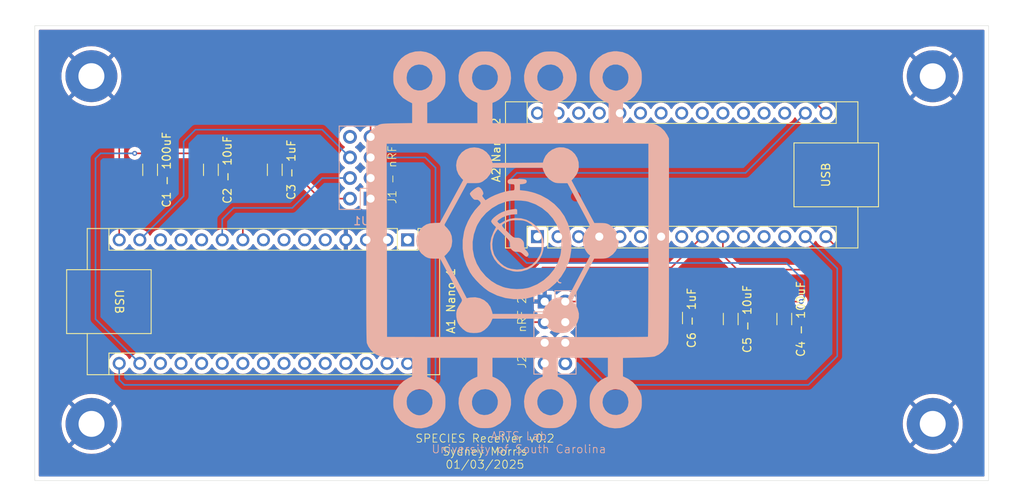
<source format=kicad_pcb>
(kicad_pcb (version 20240108) (generator "pcbnew") (generator_version "8.0")
  (layers (0 "F.Cu" signal) (31 "B.Cu" signal) (34 "B.Paste" user) (35 "F.Paste" user) (36 "B.SilkS" user "B.Silkscreen") (37 "F.SilkS" user "F.Silkscreen") (38 "B.Mask" user) (39 "F.Mask" user) (44 "Edge.Cuts" user))
  (net 0 "")
  (net 1 "GND")
  (net 6 "CSN")
  (net 14 "3V3")
  (net 16 "CLK")
  (net 17 "MOSI")
  (net 20 "CE")
  (net 27 "MISO")
  (net 51 "Net-(A2-+5V)")
  (footprint "MountingHole:MountingHole_3.2mm_M3_Pad" (layer "F.Cu") (at 70.754 94.981)
    (property "Reference" "REF**" (hide yes))
    (property "Value" "MountingHole_3.2mm_M3_Pad")
    (pad "1" thru_hole circle (at 0 0) (size 6.4 6.4) (drill 3.2) (layers "*.Cu" "*.Mask") (net 1 "GND"))
  )
  (footprint "SPECIES_Elongated:C_1206_3216Metric" (layer "F.Cu") (at 156.159 82.042 -90)
    (property "Reference" "C4 - 100uF" (at 0 -2.032 90) (layer "F.SilkS"))
    (property "Value" "C_Small")
    (pad "1" smd roundrect (at -2.032 0 270) (size 3.048 1.8) (layers "F.Cu" "F.Paste" "F.Mask") (roundrect_rratio 0.217391) (net 14 "3V3"))
    (pad "2" smd roundrect (at 2.032 0 270) (size 3.048 1.8) (layers "F.Cu" "F.Paste" "F.Mask") (roundrect_rratio 0.217391) (net 1 "GND"))
  )
  (footprint "Module:Arduino_Nano" (layer "F.Cu") (at 109.728 72.273 -90)
    (property "Reference" "A1" (at 10.668 -5.334 90) (layer "F.SilkS"))
    (property "Value" "Nano 1" (at 6.223 -5.334 90) (layer "F.SilkS"))
    (fp_text user "USB" (at 7.62 35.56 -90) (layer "F.SilkS"))
    (pad "1" thru_hole rect (at 0 0 270) (size 1.6 1.6) (drill 1) (layers "*.Cu" "*.Mask"))
    (pad "2" thru_hole oval (at 0 2.54 270) (size 1.6 1.6) (drill 1) (layers "*.Cu" "*.Mask"))
    (pad "3" thru_hole oval (at 0 5.08 270) (size 1.6 1.6) (drill 1) (layers "*.Cu" "*.Mask"))
    (pad "4" thru_hole oval (at 0 7.62 270) (size 1.6 1.6) (drill 1) (layers "*.Cu" "*.Mask") (net 1 "GND"))
    (pad "5" thru_hole oval (at 0 10.16 270) (size 1.6 1.6) (drill 1) (layers "*.Cu" "*.Mask"))
    (pad "6" thru_hole oval (at 0 12.7 270) (size 1.6 1.6) (drill 1) (layers "*.Cu" "*.Mask"))
    (pad "7" thru_hole oval (at 0 15.24 270) (size 1.6 1.6) (drill 1) (layers "*.Cu" "*.Mask"))
    (pad "8" thru_hole oval (at 0 17.78 270) (size 1.6 1.6) (drill 1) (layers "*.Cu" "*.Mask"))
    (pad "9" thru_hole oval (at 0 20.32 270) (size 1.6 1.6) (drill 1) (layers "*.Cu" "*.Mask") (net 20 "CE"))
    (pad "10" thru_hole oval (at 0 22.86 270) (size 1.6 1.6) (drill 1) (layers "*.Cu" "*.Mask") (net 6 "CSN"))
    (pad "11" thru_hole oval (at 0 25.4 270) (size 1.6 1.6) (drill 1) (layers "*.Cu" "*.Mask"))
    (pad "12" thru_hole oval (at 0 27.94 270) (size 1.6 1.6) (drill 1) (layers "*.Cu" "*.Mask"))
    (pad "13" thru_hole oval (at 0 30.48 270) (size 1.6 1.6) (drill 1) (layers "*.Cu" "*.Mask"))
    (pad "14" thru_hole oval (at 0 33.02 270) (size 1.6 1.6) (drill 1) (layers "*.Cu" "*.Mask") (net 17 "MOSI"))
    (pad "15" thru_hole oval (at 0 35.56 270) (size 1.6 1.6) (drill 1) (layers "*.Cu" "*.Mask") (net 27 "MISO"))
    (pad "16" thru_hole oval (at 15.24 35.56 270) (size 1.6 1.6) (drill 1) (layers "*.Cu" "*.Mask") (net 16 "CLK"))
    (pad "17" thru_hole oval (at 15.24 33.02 270) (size 1.6 1.6) (drill 1) (layers "*.Cu" "*.Mask") (net 14 "3V3"))
    (pad "18" thru_hole oval (at 15.24 30.48 270) (size 1.6 1.6) (drill 1) (layers "*.Cu" "*.Mask"))
    (pad "19" thru_hole oval (at 15.24 27.94 270) (size 1.6 1.6) (drill 1) (layers "*.Cu" "*.Mask"))
    (pad "20" thru_hole oval (at 15.24 25.4 270) (size 1.6 1.6) (drill 1) (layers "*.Cu" "*.Mask"))
    (pad "21" thru_hole oval (at 15.24 22.86 270) (size 1.6 1.6) (drill 1) (layers "*.Cu" "*.Mask"))
    (pad "22" thru_hole oval (at 15.24 20.32 270) (size 1.6 1.6) (drill 1) (layers "*.Cu" "*.Mask"))
    (pad "23" thru_hole oval (at 15.24 17.78 270) (size 1.6 1.6) (drill 1) (layers "*.Cu" "*.Mask"))
    (pad "24" thru_hole oval (at 15.24 15.24 270) (size 1.6 1.6) (drill 1) (layers "*.Cu" "*.Mask"))
    (pad "25" thru_hole oval (at 15.24 12.7 270) (size 1.6 1.6) (drill 1) (layers "*.Cu" "*.Mask"))
    (pad "26" thru_hole oval (at 15.24 10.16 270) (size 1.6 1.6) (drill 1) (layers "*.Cu" "*.Mask"))
    (pad "27" thru_hole oval (at 15.24 7.62 270) (size 1.6 1.6) (drill 1) (layers "*.Cu" "*.Mask"))
    (pad "28" thru_hole oval (at 15.24 5.08 270) (size 1.6 1.6) (drill 1) (layers "*.Cu" "*.Mask"))
    (pad "29" thru_hole oval (at 15.24 2.54 270) (size 1.6 1.6) (drill 1) (layers "*.Cu" "*.Mask"))
    (pad "30" thru_hole oval (at 15.24 0 270) (size 1.6 1.6) (drill 1) (layers "*.Cu" "*.Mask"))
  )
  (footprint "SPECIES_Elongated:C_1206_3216Metric" (layer "F.Cu") (at 93.345 63.627 -90)
    (property "Reference" "C3 - 1uF" (at 0 -2.032 90) (layer "F.SilkS"))
    (property "Value" "C_Small")
    (pad "1" smd roundrect (at -2.032 0 270) (size 3.048 1.8) (layers "F.Cu" "F.Paste" "F.Mask") (roundrect_rratio 0.217391) (net 14 "3V3"))
    (pad "2" smd roundrect (at 2.032 0 270) (size 3.048 1.8) (layers "F.Cu" "F.Paste" "F.Mask") (roundrect_rratio 0.217391) (net 1 "GND"))
  )
  (footprint "MountingHole:MountingHole_3.2mm_M3_Pad" (layer "F.Cu") (at 70.739 52.07)
    (property "Reference" "REF**" (hide yes))
    (property "Value" "MountingHole_3.2mm_M3_Pad")
    (pad "1" thru_hole circle (at 0 0) (size 6.4 6.4) (drill 3.2) (layers "*.Cu" "*.Mask") (net 1 "GND"))
  )
  (footprint "SPECIES_Elongated:C_1206_3216Metric" (layer "F.Cu") (at 149.555 82.042 -90)
    (property "Reference" "C5 - 10uF" (at 0 -2.032 90) (layer "F.SilkS"))
    (property "Value" "C_Small")
    (pad "1" smd roundrect (at -2.032 0 270) (size 3.048 1.8) (layers "F.Cu" "F.Paste" "F.Mask") (roundrect_rratio 0.217391) (net 14 "3V3"))
    (pad "2" smd roundrect (at 2.032 0 270) (size 3.048 1.8) (layers "F.Cu" "F.Paste" "F.Mask") (roundrect_rratio 0.217391) (net 1 "GND"))
  )
  (footprint "SPECIES_Elongated:C_1206_3216Metric" (layer "F.Cu") (at 142.697 81.915 -90)
    (property "Reference" "C6 - 1uF" (at 0 -2.032 90) (layer "F.SilkS"))
    (property "Value" "C_Small")
    (pad "1" smd roundrect (at -2.032 0 270) (size 3.048 1.8) (layers "F.Cu" "F.Paste" "F.Mask") (roundrect_rratio 0.217391) (net 14 "3V3"))
    (pad "2" smd roundrect (at 2.032 0 270) (size 3.048 1.8) (layers "F.Cu" "F.Paste" "F.Mask") (roundrect_rratio 0.217391) (net 1 "GND"))
  )
  (footprint "SPECIES_Elongated:C_1206_3216Metric" (layer "F.Cu") (at 77.978 63.627 -90)
    (property "Reference" "C1 - 100uF" (at 0 -2.032 90) (layer "F.SilkS"))
    (property "Value" "C_Small")
    (pad "1" smd roundrect (at -2.032 0 270) (size 3.048 1.8) (layers "F.Cu" "F.Paste" "F.Mask") (roundrect_rratio 0.217391) (net 14 "3V3"))
    (pad "2" smd roundrect (at 2.032 0 270) (size 3.048 1.8) (layers "F.Cu" "F.Paste" "F.Mask") (roundrect_rratio 0.217391) (net 1 "GND"))
  )
  (footprint "MountingHole:MountingHole_3.2mm_M3_Pad" (layer "F.Cu") (at 174.458 52.085)
    (property "Reference" "REF**" (hide yes))
    (property "Value" "MountingHole_3.2mm_M3_Pad")
    (pad "1" thru_hole circle (at 0 0) (size 6.4 6.4) (drill 3.2) (layers "*.Cu" "*.Mask") (net 1 "GND"))
  )
  (footprint "SPECIES_Elongated:C_1206_3216Metric" (layer "F.Cu") (at 85.471 63.627 -90)
    (property "Reference" "C2 - 10uF" (at 0 -2.032 90) (layer "F.SilkS"))
    (property "Value" "C_Small")
    (pad "1" smd roundrect (at -2.032 0 270) (size 3.048 1.8) (layers "F.Cu" "F.Paste" "F.Mask") (roundrect_rratio 0.217391) (net 14 "3V3"))
    (pad "2" smd roundrect (at 2.032 0 270) (size 3.048 1.8) (layers "F.Cu" "F.Paste" "F.Mask") (roundrect_rratio 0.217391) (net 1 "GND"))
  )
  (footprint "Module:Arduino_Nano" (layer "F.Cu") (at 125.73 71.872 90)
    (property "Reference" "A2" (at 7.62 -5.08 90) (layer "F.SilkS"))
    (property "Value" "Nano 2" (at 11.928 -5.08 -90) (layer "F.SilkS"))
    (fp_text user "USB" (at 7.62 35.56 90) (layer "F.SilkS"))
    (pad "1" thru_hole rect (at 0 0 90) (size 1.6 1.6) (drill 1) (layers "*.Cu" "*.Mask"))
    (pad "2" thru_hole oval (at 0 2.54 90) (size 1.6 1.6) (drill 1) (layers "*.Cu" "*.Mask"))
    (pad "3" thru_hole oval (at 0 5.08 90) (size 1.6 1.6) (drill 1) (layers "*.Cu" "*.Mask"))
    (pad "4" thru_hole oval (at 0 7.62 90) (size 1.6 1.6) (drill 1) (layers "*.Cu" "*.Mask") (net 1 "GND"))
    (pad "5" thru_hole oval (at 0 10.16 90) (size 1.6 1.6) (drill 1) (layers "*.Cu" "*.Mask"))
    (pad "6" thru_hole oval (at 0 12.7 90) (size 1.6 1.6) (drill 1) (layers "*.Cu" "*.Mask"))
    (pad "7" thru_hole oval (at 0 15.24 90) (size 1.6 1.6) (drill 1) (layers "*.Cu" "*.Mask"))
    (pad "8" thru_hole oval (at 0 17.78 90) (size 1.6 1.6) (drill 1) (layers "*.Cu" "*.Mask"))
    (pad "9" thru_hole oval (at 0 20.32 90) (size 1.6 1.6) (drill 1) (layers "*.Cu" "*.Mask") (net 20 "CE"))
    (pad "10" thru_hole oval (at 0 22.86 90) (size 1.6 1.6) (drill 1) (layers "*.Cu" "*.Mask") (net 6 "CSN"))
    (pad "11" thru_hole oval (at 0 25.4 90) (size 1.6 1.6) (drill 1) (layers "*.Cu" "*.Mask"))
    (pad "12" thru_hole oval (at 0 27.94 90) (size 1.6 1.6) (drill 1) (layers "*.Cu" "*.Mask"))
    (pad "13" thru_hole oval (at 0 30.48 90) (size 1.6 1.6) (drill 1) (layers "*.Cu" "*.Mask"))
    (pad "14" thru_hole oval (at 0 33.02 90) (size 1.6 1.6) (drill 1) (layers "*.Cu" "*.Mask") (net 17 "MOSI"))
    (pad "15" thru_hole oval (at 0 35.56 90) (size 1.6 1.6) (drill 1) (layers "*.Cu" "*.Mask") (net 27 "MISO"))
    (pad "16" thru_hole oval (at 15.24 35.56 90) (size 1.6 1.6) (drill 1) (layers "*.Cu" "*.Mask") (net 16 "CLK"))
    (pad "17" thru_hole oval (at 15.24 33.02 90) (size 1.6 1.6) (drill 1) (layers "*.Cu" "*.Mask") (net 14 "3V3"))
    (pad "18" thru_hole oval (at 15.24 30.48 90) (size 1.6 1.6) (drill 1) (layers "*.Cu" "*.Mask"))
    (pad "19" thru_hole oval (at 15.24 27.94 90) (size 1.6 1.6) (drill 1) (layers "*.Cu" "*.Mask"))
    (pad "20" thru_hole oval (at 15.24 25.4 90) (size 1.6 1.6) (drill 1) (layers "*.Cu" "*.Mask"))
    (pad "21" thru_hole oval (at 15.24 22.86 90) (size 1.6 1.6) (drill 1) (layers "*.Cu" "*.Mask"))
    (pad "22" thru_hole oval (at 15.24 20.32 90) (size 1.6 1.6) (drill 1) (layers "*.Cu" "*.Mask"))
    (pad "23" thru_hole oval (at 15.24 17.78 90) (size 1.6 1.6) (drill 1) (layers "*.Cu" "*.Mask"))
    (pad "24" thru_hole oval (at 15.24 15.24 90) (size 1.6 1.6) (drill 1) (layers "*.Cu" "*.Mask"))
    (pad "25" thru_hole oval (at 15.24 12.7 90) (size 1.6 1.6) (drill 1) (layers "*.Cu" "*.Mask"))
    (pad "26" thru_hole oval (at 15.24 10.16 90) (size 1.6 1.6) (drill 1) (layers "*.Cu" "*.Mask"))
    (pad "27" thru_hole oval (at 15.24 7.62 90) (size 1.6 1.6) (drill 1) (layers "*.Cu" "*.Mask") (net 51 "Net-(A2-+5V)"))
    (pad "28" thru_hole oval (at 15.24 5.08 90) (size 1.6 1.6) (drill 1) (layers "*.Cu" "*.Mask"))
    (pad "29" thru_hole oval (at 15.24 2.54 90) (size 1.6 1.6) (drill 1) (layers "*.Cu" "*.Mask"))
    (pad "30" thru_hole oval (at 15.24 0 90) (size 1.6 1.6) (drill 1) (layers "*.Cu" "*.Mask") (net 51 "Net-(A2-+5V)"))
  )
  (footprint "MountingHole:MountingHole_3.2mm_M3_Pad" (layer "F.Cu") (at 174.458 94.981)
    (property "Reference" "REF**" (hide yes))
    (property "Value" "MountingHole_3.2mm_M3_Pad")
    (pad "1" thru_hole circle (at 0 0) (size 6.4 6.4) (drill 3.2) (layers "*.Cu" "*.Mask") (net 1 "GND"))
  )
  (footprint "digikey-footprints:artslogo" (layer "B.Cu") (at 123.317 72.263 180)
    (property "Reference" "G***" (hide yes))
    (property "Value" "LOGO" (hide yes))
  )
  (footprint "Connector_PinSocket_2.54mm:PinSocket_2x04_P2.54mm_Vertical" (layer "B.Cu") (at 105.156 67.183)
    (property "Reference" "J1" (at -1.27 2.77 0) (layer "B.SilkS") (effects (justify mirror)))
    (property "Value" "Conn_02x04_Odd_Even_MountingPin" (hide yes))
    (pad "1" thru_hole rect (at 0 0) (size 1.7 1.7) (drill 1) (layers "*.Cu" "*.Mask") (net 1 "GND"))
    (pad "2" thru_hole oval (at -2.54 0) (size 1.7 1.7) (drill 1) (layers "*.Cu" "*.Mask") (net 14 "3V3"))
    (pad "3" thru_hole oval (at 0 -2.54) (size 1.7 1.7) (drill 1) (layers "*.Cu" "*.Mask") (net 20 "CE"))
    (pad "4" thru_hole oval (at -2.54 -2.54) (size 1.7 1.7) (drill 1) (layers "*.Cu" "*.Mask") (net 6 "CSN"))
    (pad "5" thru_hole oval (at 0 -5.08) (size 1.7 1.7) (drill 1) (layers "*.Cu" "*.Mask") (net 16 "CLK"))
    (pad "6" thru_hole oval (at -2.54 -5.08) (size 1.7 1.7) (drill 1) (layers "*.Cu" "*.Mask") (net 17 "MOSI"))
    (pad "7" thru_hole oval (at 0 -7.62) (size 1.7 1.7) (drill 1) (layers "*.Cu" "*.Mask") (net 27 "MISO"))
    (pad "8" thru_hole oval (at -2.54 -7.62) (size 1.7 1.7) (drill 1) (layers "*.Cu" "*.Mask"))
  )
  (footprint "Connector_PinSocket_2.54mm:PinSocket_2x04_P2.54mm_Vertical" (layer "B.Cu") (at 126.619 79.883 180)
    (property "Reference" "J2" (at -1.27 2.77 0) (layer "B.SilkS") (effects (justify mirror)))
    (property "Value" "Conn_02x04_Odd_Even_MountingPin" (hide yes))
    (pad "1" thru_hole rect (at 0 0 180) (size 1.7 1.7) (drill 1) (layers "*.Cu" "*.Mask") (net 1 "GND"))
    (pad "2" thru_hole oval (at -2.54 0 180) (size 1.7 1.7) (drill 1) (layers "*.Cu" "*.Mask") (net 14 "3V3"))
    (pad "3" thru_hole oval (at 0 -2.54 180) (size 1.7 1.7) (drill 1) (layers "*.Cu" "*.Mask") (net 20 "CE"))
    (pad "4" thru_hole oval (at -2.54 -2.54 180) (size 1.7 1.7) (drill 1) (layers "*.Cu" "*.Mask") (net 6 "CSN"))
    (pad "5" thru_hole oval (at 0 -5.08 180) (size 1.7 1.7) (drill 1) (layers "*.Cu" "*.Mask") (net 16 "CLK"))
    (pad "6" thru_hole oval (at -2.54 -5.08 180) (size 1.7 1.7) (drill 1) (layers "*.Cu" "*.Mask") (net 17 "MOSI"))
    (pad "7" thru_hole oval (at 0 -7.62 180) (size 1.7 1.7) (drill 1) (layers "*.Cu" "*.Mask") (net 27 "MISO"))
    (pad "8" thru_hole oval (at -2.54 -7.62 180) (size 1.7 1.7) (drill 1) (layers "*.Cu" "*.Mask"))
  )
  (gr_rect (start 63.754 45.847) (end 181.34 101.973) (stroke (width 0.05)) (fill none) (layer "Edge.Cuts"))
  (gr_text "ARTS Lab\nUniversity of South Carolina" (at 123.444 98.679 0) (layer "B.SilkS") (effects (font (size 1 1) (thickness 0.1)) (justify bottom)))
  (gr_text "J1 - nRF 1" (at 107.823 63.373 90) (layer "F.SilkS") (effects (font (size 1 1) (thickness 0.1))))
  (gr_text "SPECIES Receiver v0.2\nSydney Morris\n01/03/2025" (at 119.253 100.584 0) (layer "F.SilkS") (effects (font (size 1 1) (thickness 0.1)) (justify bottom)))
  (gr_text "J2 - nRF 2" (at 123.825 83.693 90) (layer "F.SilkS") (effects (font (size 1 1) (thickness 0.1))))
  (segment (start 140.97 87.884) (end 135.509 82.423) (width 0.2) (layer "F.Cu") (net 6))
  (segment (start 148.59 71.872) (end 148.59 74.168) (width 0.2) (layer "F.Cu") (net 6))
  (segment (start 148.59 74.168) (end 150.368 75.946) (width 0.2) (layer "F.Cu") (net 6))
  (segment (start 160.528 86.233) (end 158.877 87.884) (width 0.2) (layer "F.Cu") (net 6))
  (segment (start 150.368 75.946) (end 159.766 75.946) (width 0.2) (layer "F.Cu") (net 6))
  (segment (start 160.528 76.708) (end 160.528 86.233) (width 0.2) (layer "F.Cu") (net 6))
  (segment (start 135.509 82.423) (end 129.159 82.423) (width 0.2) (layer "F.Cu") (net 6))
  (segment (start 158.877 87.884) (end 140.97 87.884) (width 0.2) (layer "F.Cu") (net 6))
  (segment (start 159.766 75.946) (end 160.528 76.708) (width 0.2) (layer "F.Cu") (net 6))
  (segment (start 86.868 69.723) (end 88.265 68.326) (width 0.2) (layer "B.Cu") (net 6))
  (segment (start 88.265 68.326) (end 95.504 68.326) (width 0.2) (layer "B.Cu") (net 6))
  (segment (start 95.504 68.326) (end 99.187 64.643) (width 0.2) (layer "B.Cu") (net 6))
  (segment (start 86.868 72.273) (end 86.868 69.723) (width 0.2) (layer "B.Cu") (net 6))
  (segment (start 99.187 64.643) (end 102.616 64.643) (width 0.2) (layer "B.Cu") (net 6))
  (segment (start 76.073 61.595) (end 77.978 61.595) (width 0.2) (layer "F.Cu") (net 14))
  (segment (start 129.159 79.883) (end 158.242 79.883) (width 0.2) (layer "F.Cu") (net 14))
  (segment (start 98.933 67.183) (end 93.345 61.595) (width 0.2) (layer "F.Cu") (net 14))
  (segment (start 102.616 67.183) (end 98.933 67.183) (width 0.2) (layer "F.Cu") (net 14))
  (segment (start 93.345 61.595) (end 77.978 61.595) (width 0.2) (layer "F.Cu") (net 14))
  (via (at 76.073 61.595) (size 0.6) (drill 0.3) (layers "F.Cu" "B.Cu") (net 14))
  (via (at 158.242 79.883) (size 0.6) (drill 0.3) (layers "F.Cu" "B.Cu") (net 14))
  (segment (start 151.384 64.008) (end 154.429 60.963) (width 0.2) (layer "B.Cu") (net 14))
  (segment (start 76.708 87.513) (end 71.247 82.052) (width 0.2) (layer "B.Cu") (net 14))
  (segment (start 154.429 60.963) (end 154.429 60.953) (width 0.2) (layer "B.Cu") (net 14))
  (segment (start 158.623 79.502) (end 158.623 77.343) (width 0.2) (layer "B.Cu") (net 14))
  (segment (start 154.429 60.953) (end 158.75 56.632) (width 0.2) (layer "B.Cu") (net 14))
  (segment (start 122.301 73.025) (end 122.301 64.897) (width 0.2) (layer "B.Cu") (net 14))
  (segment (start 71.882 61.595) (end 76.073 61.595) (width 0.2) (layer "B.Cu") (net 14))
  (segment (start 71.247 62.23) (end 71.882 61.595) (width 0.2) (layer "B.Cu") (net 14))
  (segment (start 123.19 64.008) (end 151.384 64.008) (width 0.2) (layer "B.Cu") (net 14))
  (segment (start 124.3965 75.1205) (end 122.301 73.025) (width 0.2) (layer "B.Cu") (net 14))
  (segment (start 158.623 77.343) (end 156.4005 75.1205) (width 0.2) (layer "B.Cu") (net 14))
  (segment (start 71.247 82.052) (end 71.247 62.23) (width 0.2) (layer "B.Cu") (net 14))
  (segment (start 158.242 79.883) (end 158.623 79.502) (width 0.2) (layer "B.Cu") (net 14))
  (segment (start 156.4005 75.1205) (end 124.3965 75.1205) (width 0.2) (layer "B.Cu") (net 14))
  (segment (start 122.301 64.897) (end 123.19 64.008) (width 0.2) (layer "B.Cu") (net 14))
  (segment (start 161.29 56.632) (end 157.744 53.086) (width 0.2) (layer "F.Cu") (net 16))
  (segment (start 119.253 80.518) (end 123.698 84.963) (width 0.2) (layer "F.Cu") (net 16))
  (segment (start 123.698 84.963) (end 126.619 84.963) (width 0.2) (layer "F.Cu") (net 16))
  (segment (start 157.744 53.086) (end 121.793 53.086) (width 0.2) (layer "F.Cu") (net 16))
  (segment (start 121.793 53.086) (end 119.253 55.626) (width 0.2) (layer "F.Cu") (net 16))
  (segment (start 119.253 55.626) (end 119.253 80.518) (width 0.2) (layer "F.Cu") (net 16))
  (segment (start 105.156 62.103) (end 111.887 62.103) (width 0.2) (layer "B.Cu") (net 16))
  (segment (start 113.157 63.373) (end 113.157 89.535) (width 0.2) (layer "B.Cu") (net 16))
  (segment (start 111.887 62.103) (end 113.157 63.373) (width 0.2) (layer "B.Cu") (net 16))
  (segment (start 74.803 90.17) (end 74.168 89.535) (width 0.2) (layer "B.Cu") (net 16))
  (segment (start 74.168 89.535) (end 74.168 87.513) (width 0.2) (layer "B.Cu") (net 16))
  (segment (start 112.522 90.17) (end 74.803 90.17) (width 0.2) (layer "B.Cu") (net 16))
  (segment (start 113.157 89.535) (end 112.522 90.17) (width 0.2) (layer "B.Cu") (net 16))
  (segment (start 82.1105 60.1295) (end 82.1105 66.8705) (width 0.2) (layer "B.Cu") (net 17))
  (segment (start 134.366 90.17) (end 129.159 84.963) (width 0.2) (layer "B.Cu") (net 17))
  (segment (start 162.687 75.809) (end 162.687 86.614) (width 0.2) (layer "B.Cu") (net 17))
  (segment (start 159.131 90.17) (end 134.366 90.17) (width 0.2) (layer "B.Cu") (net 17))
  (segment (start 83.566 58.674) (end 82.1105 60.1295) (width 0.2) (layer "B.Cu") (net 17))
  (segment (start 83.566 58.674) (end 99.187 58.674) (width 0.2) (layer "B.Cu") (net 17))
  (segment (start 99.187 58.674) (end 102.616 62.103) (width 0.2) (layer "B.Cu") (net 17))
  (segment (start 76.708 72.273) (end 82.1105 66.8705) (width 0.2) (layer "B.Cu") (net 17))
  (segment (start 158.75 71.872) (end 162.687 75.809) (width 0.2) (layer "B.Cu") (net 17))
  (segment (start 162.687 86.614) (end 159.131 90.17) (width 0.2) (layer "B.Cu") (net 17))
  (segment (start 89.408 69.723) (end 89.408 72.273) (width 0.2) (layer "F.Cu") (net 20))
  (segment (start 142.23 75.692) (end 126.365 75.692) (width 0.2) (layer "F.Cu") (net 20))
  (segment (start 107.696 69.723) (end 89.408 69.723) (width 0.2) (layer "F.Cu") (net 20))
  (segment (start 146.05 71.872) (end 142.23 75.692) (width 0.2) (layer "F.Cu") (net 20))
  (segment (start 108.966 68.453) (end 107.696 69.723) (width 0.2) (layer "F.Cu") (net 20))
  (segment (start 105.156 64.643) (end 107.442 64.643) (width 0.2) (layer "F.Cu") (net 20))
  (segment (start 107.442 64.643) (end 108.966 66.167) (width 0.2) (layer "F.Cu") (net 20))
  (segment (start 108.966 66.167) (end 108.966 68.453) (width 0.2) (layer "F.Cu") (net 20))
  (segment (start 126.365 75.692) (end 123.1265 78.9305) (width 0.2) (layer "F.Cu") (net 20))
  (segment (start 124.46 82.423) (end 126.619 82.423) (width 0.2) (layer "F.Cu") (net 20))
  (segment (start 123.1265 78.9305) (end 123.1265 81.0895) (width 0.2) (layer "F.Cu") (net 20))
  (segment (start 123.1265 81.0895) (end 124.46 82.423) (width 0.2) (layer "F.Cu") (net 20))
  (segment (start 105.156 59.563) (end 105.156 56.515) (width 0.2) (layer "F.Cu") (net 27))
  (segment (start 159.258 93.091) (end 132.207 93.091) (width 0.2) (layer "F.Cu") (net 27))
  (segment (start 161.29 71.872) (end 164.846 75.428) (width 0.2) (layer "F.Cu") (net 27))
  (segment (start 105.156 56.515) (end 104.013 55.372) (width 0.2) (layer "F.Cu") (net 27))
  (segment (start 104.013 55.372) (end 78.867 55.372) (width 0.2) (layer "F.Cu") (net 27))
  (segment (start 164.846 75.428) (end 164.846 87.503) (width 0.2) (layer "F.Cu") (net 27))
  (segment (start 132.207 93.091) (end 126.619 87.503) (width 0.2) (layer "F.Cu") (net 27))
  (segment (start 164.846 87.503) (end 159.258 93.091) (width 0.2) (layer "F.Cu") (net 27))
  (segment (start 74.168 60.071) (end 74.168 72.273) (width 0.2) (layer "F.Cu") (net 27))
  (segment (start 78.867 55.372) (end 74.168 60.071) (width 0.2) (layer "F.Cu") (net 27))
  (segment (start 130.4665 66.9175) (end 130.454 66.93) (width 0.2) (layer "B.Cu") (net 27))
  (zone (net 1) (net_name "GND") (layer "F.Cu") (connect_pads (clearance 0.5)) (min_thickness 0.25) (fill yes (thermal_gap 0.5) (thermal_bridge_width 0.5) (island_removal_mode 1) (island_area_min 10))
    (polygon (pts (xy 62.738 44.323) (xy 181.991 44.45) (xy 182.372 102.108) (xy 182.245 102.997) (xy 63.246 103.505) (xy 63.119 44.323) (xy 64.389 44.323)))
  )
  (zone (net 1) (net_name "GND") (layer "B.Cu") (priority 1) (connect_pads (clearance 0.5)) (min_thickness 0.25) (fill yes (thermal_gap 0.5) (thermal_bridge_width 0.5) (island_removal_mode 1) (island_area_min 10))
    (polygon (pts (xy 62.103 42.799) (xy 182.499 43.561) (xy 183.388 103.886) (xy 60.96 104.267) (xy 62.23 42.672)))
  )
)
</source>
